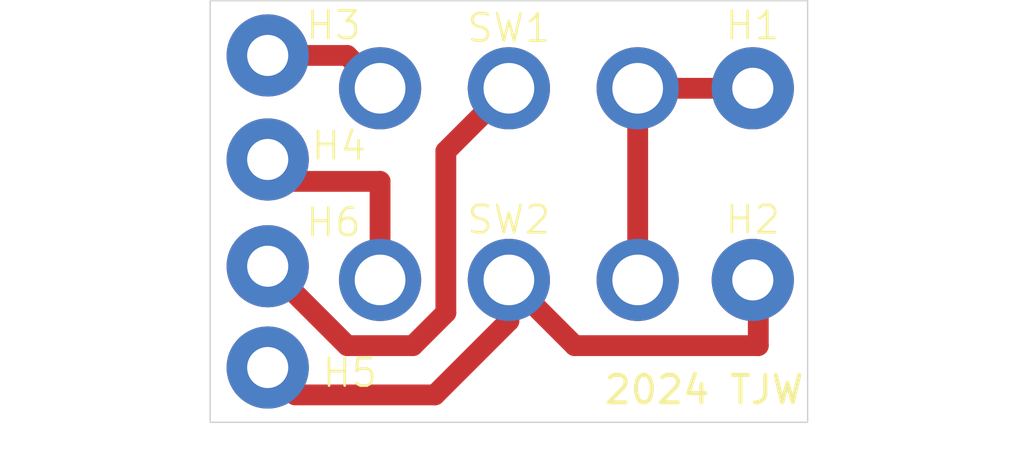
<source format=kicad_pcb>
(kicad_pcb (version 20240108) (generator "pcbnew") (generator_version "8.0")
  (layers (0 "F.Cu" signal) (31 "B.Cu" signal) (34 "B.Paste" user) (35 "F.Paste" user) (36 "B.SilkS" user "B.Silkscreen") (37 "F.SilkS" user "F.Silkscreen") (38 "B.Mask" user) (39 "F.Mask" user) (44 "Edge.Cuts" user))
  (net 0 "")
  (net 1 "Net-(SW1-A)")
  (net 2 "Net-(SW2-C)")
  (net 3 "Net-(SW1-B)")
  (net 4 "Net-(SW2-B)")
  (net 5 "Net-(SW1-C)")
  (footprint "PersonalTJAMES:SmallerPad" (layer "F.Cu") (at 158 65.5)
    (property "Reference" "H4" (at 2.6 -0.4 0) (layer "F.SilkS") (effects (font (thickness 0.1))))
    (property "Value" "MountingHPNegativeMotor")
    (pad "1" thru_hole circle (at 0 0.1) (size 3 3) (drill 1.5) (layers "*.Cu" "*.Mask") (net 4 "Net-(SW2-B)"))
  )
  (footprint "PersonalTJAMES:SmallerPad" (layer "F.Cu") (at 175.7 62.9)
    (property "Reference" "H1" (at 0 -2.2 0) (layer "F.SilkS") (effects (font (thickness 0.1))))
    (property "Value" "MountingHPNegativePower")
    (pad "1" thru_hole circle (at 0 0.1) (size 3 3) (drill 1.5) (layers "*.Cu" "*.Mask") (net 1 "Net-(SW1-A)"))
  )
  (footprint "PersonalTJAMES:SmallerPad" (layer "F.Cu") (at 158 69.4)
    (property "Reference" "H6" (at 2.4 -1.5 0) (layer "F.SilkS") (effects (font (thickness 0.1))))
    (property "Value" "MountingHPOutputLS")
    (pad "1" thru_hole circle (at 0 0.1) (size 3 3) (drill 1.5) (layers "*.Cu" "*.Mask") (net 5 "Net-(SW1-C)"))
  )
  (footprint "PersonalTJAMES:SmallerPad" (layer "F.Cu") (at 158 73.1)
    (property "Reference" "H5" (at 3 0.3 0) (layer "F.SilkS") (effects (font (thickness 0.1))))
    (property "Value" "MountingHPInputLS")
    (pad "1" thru_hole circle (at 0 0.1) (size 3 3) (drill 1.5) (layers "*.Cu" "*.Mask") (net 2 "Net-(SW2-C)"))
  )
  (footprint "PersonalTJAMES:SP-7" (layer "F.Cu") (at 166.8 63)
    (property "Reference" "SW1" (at 0 -2.2 0) (layer "F.SilkS") (effects (font (thickness 0.1))))
    (property "Value" "SW_SPDT")
    (pad "1" thru_hole circle (at 4.7 0) (size 3 3) (drill 1.85) (layers "*.Cu" "*.Mask") (net 1 "Net-(SW1-A)"))
    (pad "2" thru_hole circle (at -4.7 0) (size 3 3) (drill 1.85) (layers "*.Cu" "*.Mask") (net 3 "Net-(SW1-B)"))
    (pad "3" thru_hole circle (at 0 0) (size 3 3) (drill 1.85) (layers "*.Cu" "*.Mask") (net 5 "Net-(SW1-C)"))
  )
  (footprint "PersonalTJAMES:SmallerPad" (layer "F.Cu") (at 158 61.7)
    (property "Reference" "H3" (at 2.4 -1 0) (layer "F.SilkS") (effects (font (thickness 0.1))))
    (property "Value" "MountingHPPositiveMotor")
    (pad "1" thru_hole circle (at 0 0.1) (size 3 3) (drill 1.5) (layers "*.Cu" "*.Mask") (net 3 "Net-(SW1-B)"))
  )
  (footprint "PersonalTJAMES:SmallerPad" (layer "F.Cu") (at 175.7 69.9)
    (property "Reference" "H2" (at 0 -2.1 0) (layer "F.SilkS") (effects (font (thickness 0.1))))
    (property "Value" "MountingHPPositivePower")
    (pad "1" thru_hole circle (at 0 0.1) (size 3 3) (drill 1.5) (layers "*.Cu" "*.Mask") (net 2 "Net-(SW2-C)"))
  )
  (footprint "PersonalTJAMES:SP-7" (layer "F.Cu") (at 166.8 70)
    (property "Reference" "SW2" (at 0 -2.2 0) (layer "F.SilkS") (effects (font (thickness 0.1))))
    (property "Value" "SW_SPDT")
    (pad "1" thru_hole circle (at 4.7 0) (size 3 3) (drill 1.85) (layers "*.Cu" "*.Mask") (net 1 "Net-(SW1-A)"))
    (pad "2" thru_hole circle (at -4.7 0) (size 3 3) (drill 1.85) (layers "*.Cu" "*.Mask") (net 4 "Net-(SW2-B)"))
    (pad "3" thru_hole circle (at 0 0) (size 3 3) (drill 1.85) (layers "*.Cu" "*.Mask") (net 2 "Net-(SW2-C)"))
  )
  (gr_rect (start 155.9 59.8) (end 177.7 75.2) (stroke (width 0.05)) (fill none) (layer "Edge.Cuts"))
  (gr_text "2024 TJW" (at 170.2 74.6 0) (layer "F.SilkS") (effects (font (size 1 1)) (justify left bottom)))
  (segment (start 171.5 63) (end 171.5 70) (width 0.76) (layer "F.Cu") (net 1))
  (segment (start 171.5 63) (end 175.9 63) (width 0.76) (layer "F.Cu") (net 1))
  (segment (start 175.9 72.4) (end 175.9 70) (width 0.76) (layer "F.Cu") (net 2))
  (segment (start 169.2 72.4) (end 175.9 72.4) (width 0.76) (layer "F.Cu") (net 2))
  (segment (start 166.8 71.5) (end 164.1 74.2) (width 0.76) (layer "F.Cu") (net 2))
  (segment (start 166.8 70) (end 169.2 72.4) (width 0.76) (layer "F.Cu") (net 2))
  (segment (start 158 73.2) (end 159 74.2) (width 0.2) (layer "F.Cu") (net 2))
  (segment (start 164.1 74.2) (end 159 74.2) (width 0.76) (layer "F.Cu") (net 2))
  (segment (start 158.16 73.36) (end 158 73.2) (width 0.76) (layer "F.Cu") (net 2))
  (segment (start 158.4 73.2) (end 158 73.2) (width 0.2) (layer "F.Cu") (net 2))
  (segment (start 166.8 71.5) (end 166.8 70) (width 0.76) (layer "F.Cu") (net 2))
  (segment (start 160.9 61.8) (end 162.1 63) (width 0.76) (layer "F.Cu") (net 3))
  (segment (start 158 61.8) (end 160.9 61.8) (width 0.76) (layer "F.Cu") (net 3))
  (segment (start 158 65.8) (end 158 65.6) (width 0.2) (layer "F.Cu") (net 4))
  (segment (start 158.8 66.4) (end 158 65.6) (width 0.2) (layer "F.Cu") (net 4))
  (segment (start 162.1 66.4) (end 158.8 66.4) (width 0.76) (layer "F.Cu") (net 4))
  (segment (start 162.1 70) (end 162.1 66.4) (width 0.76) (layer "F.Cu") (net 4))
  (segment (start 164.5 65.3) (end 166.8 63) (width 0.76) (layer "F.Cu") (net 5))
  (segment (start 160.9 72.4) (end 163.3 72.4) (width 0.76) (layer "F.Cu") (net 5))
  (segment (start 163.3 72.4) (end 164.5 71.2) (width 0.76) (layer "F.Cu") (net 5))
  (segment (start 164.5 71.2) (end 164.5 65.3) (width 0.76) (layer "F.Cu") (net 5))
  (segment (start 158 69.5) (end 160.9 72.4) (width 0.76) (layer "F.Cu") (net 5))
)
</source>
